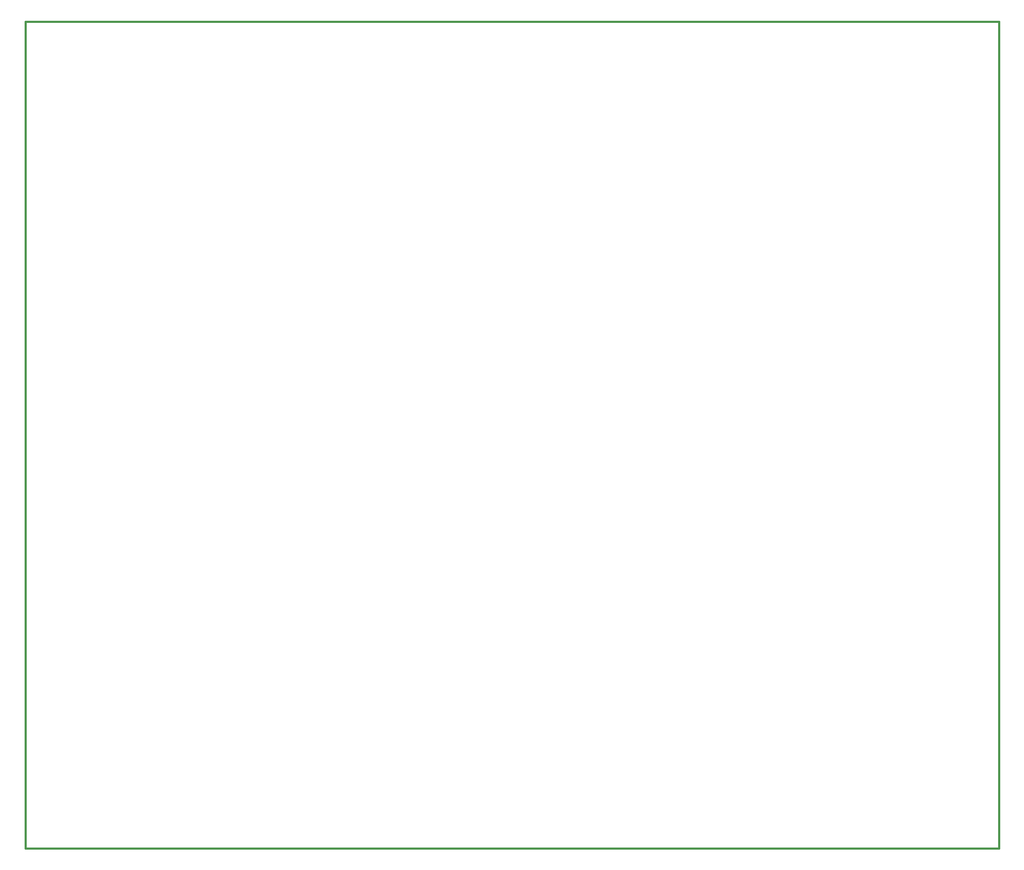
<source format=gbr>
G04 (created by PCBNEW-RS274X (2012-01-19 BZR 3256)-stable) date 7/17/2013 1:40:20 PM*
G01*
G70*
G90*
%MOIN*%
G04 Gerber Fmt 3.4, Leading zero omitted, Abs format*
%FSLAX34Y34*%
G04 APERTURE LIST*
%ADD10C,0.006000*%
%ADD11C,0.015000*%
G04 APERTURE END LIST*
G54D10*
G54D11*
X110000Y-71500D02*
X110000Y-06500D01*
X33500Y-71500D02*
X110000Y-71500D01*
X33500Y-06500D02*
X33500Y-71500D01*
X110000Y-06500D02*
X33500Y-06500D01*
M02*

</source>
